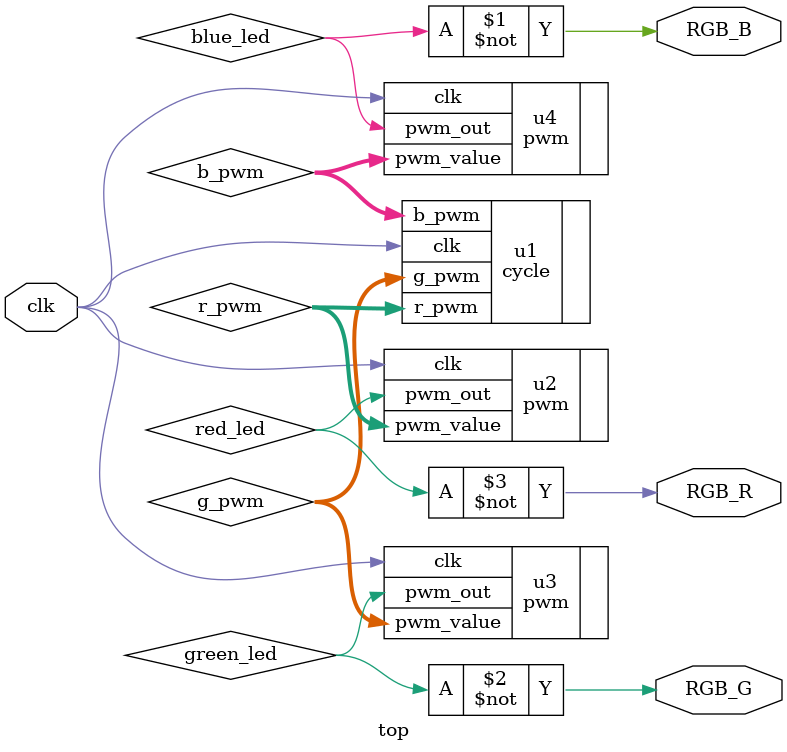
<source format=sv>
`include "cycle.sv"
`include "pwm.sv"

module top #(
    parameter PWM_INTERVAL =1200
)(
    input logic     clk, 
    output logic    RGB_R,
    output logic    RGB_B,
    output logic    RGB_G
);
  logic [$clog2(PWM_INTERVAL)-1:0] r_pwm;
  logic [$clog2(PWM_INTERVAL)-1:0] g_pwm;
  logic [$clog2(PWM_INTERVAL)-1:0] b_pwm;


  logic red_led;
  logic green_led;
  logic blue_led;
  cycle #(
        .PWM_INTERVAL (PWM_INTERVAL)
  )u1
  (
        .clk (clk),
        .r_pwm (r_pwm),
        .g_pwm (g_pwm),
        .b_pwm (b_pwm)
  );
  //Could use a procedural for loop here but not worth it IMO
  //PWM Module for R
  pwm #(
    .PWM_INTERVAL (PWM_INTERVAL)
  )u2(
    .clk (clk),
    .pwm_value (r_pwm),
    .pwm_out (red_led)
  );

pwm #(
    .PWM_INTERVAL (PWM_INTERVAL)
  )u3(
    .clk (clk),
    .pwm_value (g_pwm),
    .pwm_out (green_led)
);
pwm #(
    .PWM_INTERVAL (PWM_INTERVAL)
  )u4(
    .clk (clk),
    .pwm_value (b_pwm),
    .pwm_out (blue_led)
);
assign RGB_B = ~blue_led;
assign RGB_G = ~green_led;
assign RGB_R = ~red_led;
endmodule
</source>
